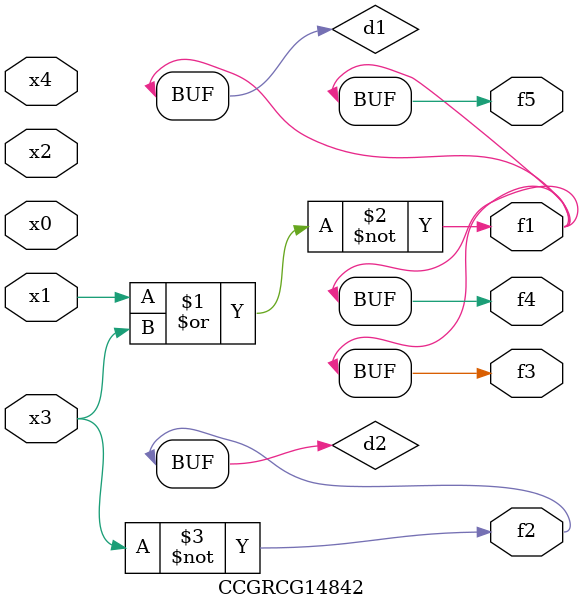
<source format=v>
module CCGRCG14842(
	input x0, x1, x2, x3, x4,
	output f1, f2, f3, f4, f5
);

	wire d1, d2;

	nor (d1, x1, x3);
	not (d2, x3);
	assign f1 = d1;
	assign f2 = d2;
	assign f3 = d1;
	assign f4 = d1;
	assign f5 = d1;
endmodule

</source>
